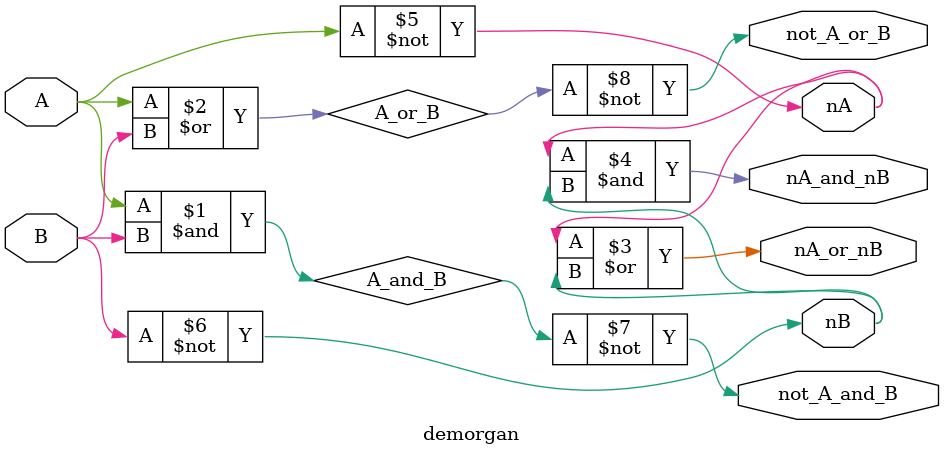
<source format=v>
module demorgan
(
  // Single bit units
  input A,
  input B,

  // Output intermediate complemented inputs
  output nA,
  output nB,

  output not_A_and_B, // ~(A * B)
  output nA_or_nB, // ~A + ~B
  output not_A_or_B, // ~(A + B)
  output nA_and_nB // Single bit output, ~A * ~B
);

  wire nA;
  wire nB;
  wire A_and_B;
  wire A_or_B;

  not (nA, A);
  not (nB, B);
  and (A_and_B, A, B);
  or (A_or_B, A, B);

  not (not_A_and_B, A_and_B);
  or (nA_or_nB, nA, nB);
  not (not_A_or_B, A_or_B);
  and (nA_and_nB, nA, nB);
endmodule

</source>
